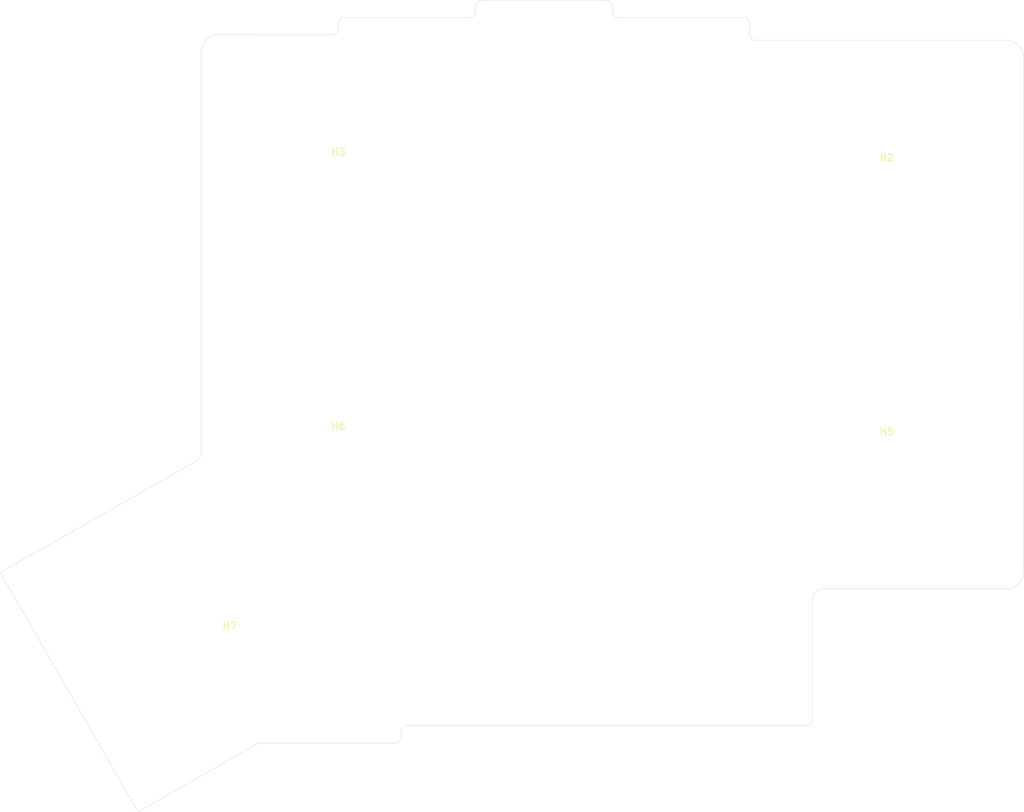
<source format=kicad_pcb>
(kicad_pcb (version 20171130) (host pcbnew "(5.1.9-0-10_14)")

  (general
    (thickness 1.6)
    (drawings 36)
    (tracks 0)
    (zones 0)
    (modules 34)
    (nets 1)
  )

  (page A4)
  (layers
    (0 F.Cu signal)
    (31 B.Cu signal)
    (32 B.Adhes user)
    (33 F.Adhes user)
    (34 B.Paste user)
    (35 F.Paste user)
    (36 B.SilkS user)
    (37 F.SilkS user)
    (38 B.Mask user)
    (39 F.Mask user)
    (40 Dwgs.User user)
    (41 Cmts.User user)
    (42 Eco1.User user)
    (43 Eco2.User user)
    (44 Edge.Cuts user)
    (45 Margin user)
    (46 B.CrtYd user)
    (47 F.CrtYd user)
    (48 B.Fab user)
    (49 F.Fab user)
  )

  (setup
    (last_trace_width 0.25)
    (trace_clearance 0.2)
    (zone_clearance 0.508)
    (zone_45_only no)
    (trace_min 0.2)
    (via_size 0.8)
    (via_drill 0.4)
    (via_min_size 0.4)
    (via_min_drill 0.3)
    (uvia_size 0.3)
    (uvia_drill 0.1)
    (uvias_allowed no)
    (uvia_min_size 0.2)
    (uvia_min_drill 0.1)
    (edge_width 0.05)
    (segment_width 0.2)
    (pcb_text_width 0.3)
    (pcb_text_size 1.5 1.5)
    (mod_edge_width 0.12)
    (mod_text_size 1 1)
    (mod_text_width 0.15)
    (pad_size 1.524 1.524)
    (pad_drill 0.762)
    (pad_to_mask_clearance 0)
    (aux_axis_origin 0 0)
    (grid_origin 192.0875 21.43125)
    (visible_elements FFFFF77F)
    (pcbplotparams
      (layerselection 0x011fc_ffffffff)
      (usegerberextensions false)
      (usegerberattributes true)
      (usegerberadvancedattributes true)
      (creategerberjobfile true)
      (excludeedgelayer true)
      (linewidth 0.100000)
      (plotframeref false)
      (viasonmask false)
      (mode 1)
      (useauxorigin false)
      (hpglpennumber 1)
      (hpglpenspeed 20)
      (hpglpendiameter 15.000000)
      (psnegative false)
      (psa4output false)
      (plotreference true)
      (plotvalue true)
      (plotinvisibletext false)
      (padsonsilk false)
      (subtractmaskfromsilk false)
      (outputformat 1)
      (mirror false)
      (drillshape 0)
      (scaleselection 1)
      (outputdirectory "./gerbers"))
  )

  (net 0 "")

  (net_class Default "This is the default net class."
    (clearance 0.2)
    (trace_width 0.25)
    (via_dia 0.8)
    (via_drill 0.4)
    (uvia_dia 0.3)
    (uvia_drill 0.1)
  )

  (module footprints:MX-Alps_Switch_Cutout (layer F.Cu) (tedit 5971FE21) (tstamp 607B8A7F)
    (at 136.55075 134.9375)
    (path /6072C094)
    (fp_text reference MX44 (at 0 3.175) (layer Dwgs.User)
      (effects (font (size 1 1) (thickness 0.15)))
    )
    (fp_text value MX-NoLED (at 0 -7.9375) (layer Dwgs.User)
      (effects (font (size 1 1) (thickness 0.15)))
    )
    (fp_line (start -9.5 -9.5) (end 9.5 -9.5) (layer Dwgs.User) (width 0.15))
    (fp_line (start -9.5 9.5) (end -9.5 -9.5) (layer Dwgs.User) (width 0.15))
    (fp_line (start 9.5 9.5) (end -9.5 9.5) (layer Dwgs.User) (width 0.15))
    (fp_line (start 9.5 -9.5) (end 9.5 9.5) (layer Dwgs.User) (width 0.15))
    (pad "" np_thru_hole oval (at 6.85 6.625) (size 0.3 1.05) (drill oval 0.3 1.05) (layers *.Cu *.Mask))
    (pad "" np_thru_hole oval (at 7.325 6.25) (size 1.25 0.3) (drill oval 1.25 0.3) (layers *.Cu *.Mask))
    (pad "" np_thru_hole oval (at 7.325 -6.25) (size 1.25 0.3) (drill oval 1.25 0.3) (layers *.Cu *.Mask))
    (pad "" np_thru_hole oval (at 6.85 -6.625) (size 0.3 1.05) (drill oval 0.3 1.05) (layers *.Cu *.Mask))
    (pad "" np_thru_hole oval (at -6.85 -6.625) (size 0.3 1.05) (drill oval 0.3 1.05) (layers *.Cu *.Mask))
    (pad "" np_thru_hole oval (at -7.325 -6.25) (size 1.25 0.3) (drill oval 1.25 0.3) (layers *.Cu *.Mask))
    (pad "" np_thru_hole oval (at -7.325 6.25) (size 1.25 0.3) (drill oval 1.25 0.3) (layers *.Cu *.Mask))
    (pad "" np_thru_hole oval (at -6.85 6.625) (size 0.3 1.05) (drill oval 0.3 1.05) (layers *.Cu *.Mask))
    (pad "" np_thru_hole oval (at 7.8 0) (size 0.3 12.8) (drill oval 0.3 12.8) (layers *.Cu *.Mask))
    (pad "" np_thru_hole oval (at -7.8 0) (size 0.3 12.8) (drill oval 0.3 12.8) (layers *.Cu *.Mask))
    (pad "" np_thru_hole oval (at 0 7) (size 14 0.3) (drill oval 14 0.3) (layers *.Cu *.Mask))
    (pad "" np_thru_hole oval (at 0 -7) (size 14 0.3) (drill oval 14 0.3) (layers *.Cu *.Mask))
  )

  (module footprints:MX-Alps_Switch_Cutout-1u_2u (layer F.Cu) (tedit 5971FF12) (tstamp 6072E24C)
    (at 51.1175 135.09625 120)
    (path /6072AAD1)
    (fp_text reference MX41 (at 0 3.175 120) (layer Dwgs.User)
      (effects (font (size 1 1) (thickness 0.15)))
    )
    (fp_text value MX-NoLED (at 0 -7.9375 120) (layer Dwgs.User)
      (effects (font (size 1 1) (thickness 0.15)))
    )
    (fp_line (start -19.025 -9.5) (end -0.025 -9.5) (layer Dwgs.User) (width 0.15))
    (fp_line (start -19.025 9.5) (end -19.025 -9.5) (layer Dwgs.User) (width 0.15))
    (fp_line (start -0.025 9.5) (end -19.025 9.5) (layer Dwgs.User) (width 0.15))
    (fp_line (start -0.025 -9.5) (end -0.025 9.5) (layer Dwgs.User) (width 0.15))
    (fp_line (start 19.025 9.5) (end 0.025 9.5) (layer Dwgs.User) (width 0.15))
    (fp_line (start 0.025 -9.5) (end 19.025 -9.5) (layer Dwgs.User) (width 0.15))
    (fp_line (start 0.025 9.5) (end 0.025 -9.5) (layer Dwgs.User) (width 0.15))
    (fp_line (start 19.025 -9.5) (end 19.025 9.5) (layer Dwgs.User) (width 0.15))
    (pad "" np_thru_hole oval (at -10.5664 7.4652 120) (size 0.3048 1.2192) (drill oval 0.3048 1.2192) (layers *.Cu *.Mask))
    (pad "" np_thru_hole oval (at -13.3096 7.4652 120) (size 0.3048 1.2192) (drill oval 0.3048 1.2192) (layers *.Cu *.Mask))
    (pad "" np_thru_hole oval (at 10.5664 7.4652 120) (size 0.3048 1.2192) (drill oval 0.3048 1.2192) (layers *.Cu *.Mask))
    (pad "" np_thru_hole oval (at -16.375 6.625 120) (size 0.3 1.05) (drill oval 0.3 1.05) (layers *.Cu *.Mask))
    (pad "" np_thru_hole oval (at 11.938 7.9224 120) (size 3.048 0.3048) (drill oval 3.048 0.3048) (layers *.Cu *.Mask))
    (pad "" np_thru_hole oval (at -11.938 7.9224 120) (size 3.048 0.3048) (drill oval 3.048 0.3048) (layers *.Cu *.Mask))
    (pad "" np_thru_hole oval (at 0 -7 120) (size 33.05 0.3) (drill oval 33.05 0.3) (layers *.Cu *.Mask))
    (pad "" np_thru_hole oval (at 16.85 -6.25 120) (size 1.25 0.3) (drill oval 1.25 0.3) (layers *.Cu *.Mask))
    (pad "" np_thru_hole oval (at 16.85 6.25 120) (size 1.25 0.3) (drill oval 1.25 0.3) (layers *.Cu *.Mask))
    (pad "" np_thru_hole oval (at 16.375 6.625 120) (size 0.3 1.05) (drill oval 0.3 1.05) (layers *.Cu *.Mask))
    (pad "" np_thru_hole oval (at 16.375 -6.625 120) (size 0.3 1.05) (drill oval 0.3 1.05) (layers *.Cu *.Mask))
    (pad "" np_thru_hole oval (at 17.325 0 120) (size 0.3 12.8) (drill oval 0.3 12.8) (layers *.Cu *.Mask))
    (pad "" np_thru_hole oval (at 0 7 120) (size 33.05 0.3) (drill oval 33.05 0.3) (layers *.Cu *.Mask))
    (pad "" np_thru_hole oval (at -17.325 0 120) (size 0.3 12.8) (drill oval 0.3 12.8) (layers *.Cu *.Mask))
    (pad "" np_thru_hole oval (at 13.3096 7.4652 120) (size 0.3048 1.2192) (drill oval 0.3048 1.2192) (layers *.Cu *.Mask))
    (pad "" np_thru_hole oval (at -16.85 6.25 120) (size 1.25 0.3) (drill oval 1.25 0.3) (layers *.Cu *.Mask))
    (pad "" np_thru_hole oval (at -16.85 -6.25 120) (size 1.25 0.3) (drill oval 1.25 0.3) (layers *.Cu *.Mask))
    (pad "" np_thru_hole oval (at -16.375 -6.625 120) (size 0.3 1.05) (drill oval 0.3 1.05) (layers *.Cu *.Mask))
  )

  (module footprints:MX-Alps_Switch_Cutout (layer F.Cu) (tedit 5971FE21) (tstamp 6072E297)
    (at 117.50675 134.9375)
    (path /6072C094)
    (fp_text reference MX44 (at 0 3.175) (layer Dwgs.User)
      (effects (font (size 1 1) (thickness 0.15)))
    )
    (fp_text value MX-NoLED (at 0 -7.9375) (layer Dwgs.User)
      (effects (font (size 1 1) (thickness 0.15)))
    )
    (fp_line (start -9.5 -9.5) (end 9.5 -9.5) (layer Dwgs.User) (width 0.15))
    (fp_line (start -9.5 9.5) (end -9.5 -9.5) (layer Dwgs.User) (width 0.15))
    (fp_line (start 9.5 9.5) (end -9.5 9.5) (layer Dwgs.User) (width 0.15))
    (fp_line (start 9.5 -9.5) (end 9.5 9.5) (layer Dwgs.User) (width 0.15))
    (pad "" np_thru_hole oval (at 0 -7) (size 14 0.3) (drill oval 14 0.3) (layers *.Cu *.Mask))
    (pad "" np_thru_hole oval (at 0 7) (size 14 0.3) (drill oval 14 0.3) (layers *.Cu *.Mask))
    (pad "" np_thru_hole oval (at -7.8 0) (size 0.3 12.8) (drill oval 0.3 12.8) (layers *.Cu *.Mask))
    (pad "" np_thru_hole oval (at 7.8 0) (size 0.3 12.8) (drill oval 0.3 12.8) (layers *.Cu *.Mask))
    (pad "" np_thru_hole oval (at -6.85 6.625) (size 0.3 1.05) (drill oval 0.3 1.05) (layers *.Cu *.Mask))
    (pad "" np_thru_hole oval (at -7.325 6.25) (size 1.25 0.3) (drill oval 1.25 0.3) (layers *.Cu *.Mask))
    (pad "" np_thru_hole oval (at -7.325 -6.25) (size 1.25 0.3) (drill oval 1.25 0.3) (layers *.Cu *.Mask))
    (pad "" np_thru_hole oval (at -6.85 -6.625) (size 0.3 1.05) (drill oval 0.3 1.05) (layers *.Cu *.Mask))
    (pad "" np_thru_hole oval (at 6.85 -6.625) (size 0.3 1.05) (drill oval 0.3 1.05) (layers *.Cu *.Mask))
    (pad "" np_thru_hole oval (at 7.325 -6.25) (size 1.25 0.3) (drill oval 1.25 0.3) (layers *.Cu *.Mask))
    (pad "" np_thru_hole oval (at 7.325 6.25) (size 1.25 0.3) (drill oval 1.25 0.3) (layers *.Cu *.Mask))
    (pad "" np_thru_hole oval (at 6.85 6.625) (size 0.3 1.05) (drill oval 0.3 1.05) (layers *.Cu *.Mask))
  )

  (module footprints:MX-Alps_Switch_Cutout (layer F.Cu) (tedit 5971FE21) (tstamp 6072E27E)
    (at 98.45675 134.9375)
    (path /6072BC7D)
    (fp_text reference MX43 (at 0 3.175) (layer Dwgs.User)
      (effects (font (size 1 1) (thickness 0.15)))
    )
    (fp_text value MX-NoLED (at 0 -7.9375) (layer Dwgs.User)
      (effects (font (size 1 1) (thickness 0.15)))
    )
    (fp_line (start -9.5 -9.5) (end 9.5 -9.5) (layer Dwgs.User) (width 0.15))
    (fp_line (start -9.5 9.5) (end -9.5 -9.5) (layer Dwgs.User) (width 0.15))
    (fp_line (start 9.5 9.5) (end -9.5 9.5) (layer Dwgs.User) (width 0.15))
    (fp_line (start 9.5 -9.5) (end 9.5 9.5) (layer Dwgs.User) (width 0.15))
    (pad "" np_thru_hole oval (at 0 -7) (size 14 0.3) (drill oval 14 0.3) (layers *.Cu *.Mask))
    (pad "" np_thru_hole oval (at 0 7) (size 14 0.3) (drill oval 14 0.3) (layers *.Cu *.Mask))
    (pad "" np_thru_hole oval (at -7.8 0) (size 0.3 12.8) (drill oval 0.3 12.8) (layers *.Cu *.Mask))
    (pad "" np_thru_hole oval (at 7.8 0) (size 0.3 12.8) (drill oval 0.3 12.8) (layers *.Cu *.Mask))
    (pad "" np_thru_hole oval (at -6.85 6.625) (size 0.3 1.05) (drill oval 0.3 1.05) (layers *.Cu *.Mask))
    (pad "" np_thru_hole oval (at -7.325 6.25) (size 1.25 0.3) (drill oval 1.25 0.3) (layers *.Cu *.Mask))
    (pad "" np_thru_hole oval (at -7.325 -6.25) (size 1.25 0.3) (drill oval 1.25 0.3) (layers *.Cu *.Mask))
    (pad "" np_thru_hole oval (at -6.85 -6.625) (size 0.3 1.05) (drill oval 0.3 1.05) (layers *.Cu *.Mask))
    (pad "" np_thru_hole oval (at 6.85 -6.625) (size 0.3 1.05) (drill oval 0.3 1.05) (layers *.Cu *.Mask))
    (pad "" np_thru_hole oval (at 7.325 -6.25) (size 1.25 0.3) (drill oval 1.25 0.3) (layers *.Cu *.Mask))
    (pad "" np_thru_hole oval (at 7.325 6.25) (size 1.25 0.3) (drill oval 1.25 0.3) (layers *.Cu *.Mask))
    (pad "" np_thru_hole oval (at 6.85 6.625) (size 0.3 1.05) (drill oval 0.3 1.05) (layers *.Cu *.Mask))
  )

  (module footprints:MX-Alps_Switch_Cutout (layer F.Cu) (tedit 5971FE21) (tstamp 6072E265)
    (at 79.40675 137.31875)
    (path /6072B58C)
    (fp_text reference MX42 (at 0 3.175) (layer Dwgs.User)
      (effects (font (size 1 1) (thickness 0.15)))
    )
    (fp_text value MX-NoLED (at 0 -7.9375) (layer Dwgs.User)
      (effects (font (size 1 1) (thickness 0.15)))
    )
    (fp_line (start -9.5 -9.5) (end 9.5 -9.5) (layer Dwgs.User) (width 0.15))
    (fp_line (start -9.5 9.5) (end -9.5 -9.5) (layer Dwgs.User) (width 0.15))
    (fp_line (start 9.5 9.5) (end -9.5 9.5) (layer Dwgs.User) (width 0.15))
    (fp_line (start 9.5 -9.5) (end 9.5 9.5) (layer Dwgs.User) (width 0.15))
    (pad "" np_thru_hole oval (at 0 -7) (size 14 0.3) (drill oval 14 0.3) (layers *.Cu *.Mask))
    (pad "" np_thru_hole oval (at 0 7) (size 14 0.3) (drill oval 14 0.3) (layers *.Cu *.Mask))
    (pad "" np_thru_hole oval (at -7.8 0) (size 0.3 12.8) (drill oval 0.3 12.8) (layers *.Cu *.Mask))
    (pad "" np_thru_hole oval (at 7.8 0) (size 0.3 12.8) (drill oval 0.3 12.8) (layers *.Cu *.Mask))
    (pad "" np_thru_hole oval (at -6.85 6.625) (size 0.3 1.05) (drill oval 0.3 1.05) (layers *.Cu *.Mask))
    (pad "" np_thru_hole oval (at -7.325 6.25) (size 1.25 0.3) (drill oval 1.25 0.3) (layers *.Cu *.Mask))
    (pad "" np_thru_hole oval (at -7.325 -6.25) (size 1.25 0.3) (drill oval 1.25 0.3) (layers *.Cu *.Mask))
    (pad "" np_thru_hole oval (at -6.85 -6.625) (size 0.3 1.05) (drill oval 0.3 1.05) (layers *.Cu *.Mask))
    (pad "" np_thru_hole oval (at 6.85 -6.625) (size 0.3 1.05) (drill oval 0.3 1.05) (layers *.Cu *.Mask))
    (pad "" np_thru_hole oval (at 7.325 -6.25) (size 1.25 0.3) (drill oval 1.25 0.3) (layers *.Cu *.Mask))
    (pad "" np_thru_hole oval (at 7.325 6.25) (size 1.25 0.3) (drill oval 1.25 0.3) (layers *.Cu *.Mask))
    (pad "" np_thru_hole oval (at 6.85 6.625) (size 0.3 1.05) (drill oval 0.3 1.05) (layers *.Cu *.Mask))
  )

  (module footprints:MX-Alps_Switch_Cutout (layer F.Cu) (tedit 5971FE21) (tstamp 6072E1CF)
    (at 165.9255 115.8875)
    (path /607231E0)
    (fp_text reference MX36 (at 0 3.175) (layer Dwgs.User)
      (effects (font (size 1 1) (thickness 0.15)))
    )
    (fp_text value MX-NoLED (at 0 -7.9375) (layer Dwgs.User)
      (effects (font (size 1 1) (thickness 0.15)))
    )
    (fp_line (start -9.5 -9.5) (end 9.5 -9.5) (layer Dwgs.User) (width 0.15))
    (fp_line (start -9.5 9.5) (end -9.5 -9.5) (layer Dwgs.User) (width 0.15))
    (fp_line (start 9.5 9.5) (end -9.5 9.5) (layer Dwgs.User) (width 0.15))
    (fp_line (start 9.5 -9.5) (end 9.5 9.5) (layer Dwgs.User) (width 0.15))
    (pad "" np_thru_hole oval (at 0 -7) (size 14 0.3) (drill oval 14 0.3) (layers *.Cu *.Mask))
    (pad "" np_thru_hole oval (at 0 7) (size 14 0.3) (drill oval 14 0.3) (layers *.Cu *.Mask))
    (pad "" np_thru_hole oval (at -7.8 0) (size 0.3 12.8) (drill oval 0.3 12.8) (layers *.Cu *.Mask))
    (pad "" np_thru_hole oval (at 7.8 0) (size 0.3 12.8) (drill oval 0.3 12.8) (layers *.Cu *.Mask))
    (pad "" np_thru_hole oval (at -6.85 6.625) (size 0.3 1.05) (drill oval 0.3 1.05) (layers *.Cu *.Mask))
    (pad "" np_thru_hole oval (at -7.325 6.25) (size 1.25 0.3) (drill oval 1.25 0.3) (layers *.Cu *.Mask))
    (pad "" np_thru_hole oval (at -7.325 -6.25) (size 1.25 0.3) (drill oval 1.25 0.3) (layers *.Cu *.Mask))
    (pad "" np_thru_hole oval (at -6.85 -6.625) (size 0.3 1.05) (drill oval 0.3 1.05) (layers *.Cu *.Mask))
    (pad "" np_thru_hole oval (at 6.85 -6.625) (size 0.3 1.05) (drill oval 0.3 1.05) (layers *.Cu *.Mask))
    (pad "" np_thru_hole oval (at 7.325 -6.25) (size 1.25 0.3) (drill oval 1.25 0.3) (layers *.Cu *.Mask))
    (pad "" np_thru_hole oval (at 7.325 6.25) (size 1.25 0.3) (drill oval 1.25 0.3) (layers *.Cu *.Mask))
    (pad "" np_thru_hole oval (at 6.85 6.625) (size 0.3 1.05) (drill oval 0.3 1.05) (layers *.Cu *.Mask))
  )

  (module footprints:MX-Alps_Switch_Cutout (layer F.Cu) (tedit 5971FE21) (tstamp 6072E1B6)
    (at 146.8755 115.8875)
    (path /607229FF)
    (fp_text reference MX35 (at 0 3.175) (layer Dwgs.User)
      (effects (font (size 1 1) (thickness 0.15)))
    )
    (fp_text value MX-NoLED (at 0 -7.9375) (layer Dwgs.User)
      (effects (font (size 1 1) (thickness 0.15)))
    )
    (fp_line (start -9.5 -9.5) (end 9.5 -9.5) (layer Dwgs.User) (width 0.15))
    (fp_line (start -9.5 9.5) (end -9.5 -9.5) (layer Dwgs.User) (width 0.15))
    (fp_line (start 9.5 9.5) (end -9.5 9.5) (layer Dwgs.User) (width 0.15))
    (fp_line (start 9.5 -9.5) (end 9.5 9.5) (layer Dwgs.User) (width 0.15))
    (pad "" np_thru_hole oval (at 0 -7) (size 14 0.3) (drill oval 14 0.3) (layers *.Cu *.Mask))
    (pad "" np_thru_hole oval (at 0 7) (size 14 0.3) (drill oval 14 0.3) (layers *.Cu *.Mask))
    (pad "" np_thru_hole oval (at -7.8 0) (size 0.3 12.8) (drill oval 0.3 12.8) (layers *.Cu *.Mask))
    (pad "" np_thru_hole oval (at 7.8 0) (size 0.3 12.8) (drill oval 0.3 12.8) (layers *.Cu *.Mask))
    (pad "" np_thru_hole oval (at -6.85 6.625) (size 0.3 1.05) (drill oval 0.3 1.05) (layers *.Cu *.Mask))
    (pad "" np_thru_hole oval (at -7.325 6.25) (size 1.25 0.3) (drill oval 1.25 0.3) (layers *.Cu *.Mask))
    (pad "" np_thru_hole oval (at -7.325 -6.25) (size 1.25 0.3) (drill oval 1.25 0.3) (layers *.Cu *.Mask))
    (pad "" np_thru_hole oval (at -6.85 -6.625) (size 0.3 1.05) (drill oval 0.3 1.05) (layers *.Cu *.Mask))
    (pad "" np_thru_hole oval (at 6.85 -6.625) (size 0.3 1.05) (drill oval 0.3 1.05) (layers *.Cu *.Mask))
    (pad "" np_thru_hole oval (at 7.325 -6.25) (size 1.25 0.3) (drill oval 1.25 0.3) (layers *.Cu *.Mask))
    (pad "" np_thru_hole oval (at 7.325 6.25) (size 1.25 0.3) (drill oval 1.25 0.3) (layers *.Cu *.Mask))
    (pad "" np_thru_hole oval (at 6.85 6.625) (size 0.3 1.05) (drill oval 0.3 1.05) (layers *.Cu *.Mask))
  )

  (module footprints:MX-Alps_Switch_Cutout (layer F.Cu) (tedit 5971FE21) (tstamp 6072E19D)
    (at 127.8255 112.7125)
    (path /60722561)
    (fp_text reference MX34 (at 0 3.175) (layer Dwgs.User)
      (effects (font (size 1 1) (thickness 0.15)))
    )
    (fp_text value MX-NoLED (at 0 -7.9375) (layer Dwgs.User)
      (effects (font (size 1 1) (thickness 0.15)))
    )
    (fp_line (start -9.5 -9.5) (end 9.5 -9.5) (layer Dwgs.User) (width 0.15))
    (fp_line (start -9.5 9.5) (end -9.5 -9.5) (layer Dwgs.User) (width 0.15))
    (fp_line (start 9.5 9.5) (end -9.5 9.5) (layer Dwgs.User) (width 0.15))
    (fp_line (start 9.5 -9.5) (end 9.5 9.5) (layer Dwgs.User) (width 0.15))
    (pad "" np_thru_hole oval (at 0 -7) (size 14 0.3) (drill oval 14 0.3) (layers *.Cu *.Mask))
    (pad "" np_thru_hole oval (at 0 7) (size 14 0.3) (drill oval 14 0.3) (layers *.Cu *.Mask))
    (pad "" np_thru_hole oval (at -7.8 0) (size 0.3 12.8) (drill oval 0.3 12.8) (layers *.Cu *.Mask))
    (pad "" np_thru_hole oval (at 7.8 0) (size 0.3 12.8) (drill oval 0.3 12.8) (layers *.Cu *.Mask))
    (pad "" np_thru_hole oval (at -6.85 6.625) (size 0.3 1.05) (drill oval 0.3 1.05) (layers *.Cu *.Mask))
    (pad "" np_thru_hole oval (at -7.325 6.25) (size 1.25 0.3) (drill oval 1.25 0.3) (layers *.Cu *.Mask))
    (pad "" np_thru_hole oval (at -7.325 -6.25) (size 1.25 0.3) (drill oval 1.25 0.3) (layers *.Cu *.Mask))
    (pad "" np_thru_hole oval (at -6.85 -6.625) (size 0.3 1.05) (drill oval 0.3 1.05) (layers *.Cu *.Mask))
    (pad "" np_thru_hole oval (at 6.85 -6.625) (size 0.3 1.05) (drill oval 0.3 1.05) (layers *.Cu *.Mask))
    (pad "" np_thru_hole oval (at 7.325 -6.25) (size 1.25 0.3) (drill oval 1.25 0.3) (layers *.Cu *.Mask))
    (pad "" np_thru_hole oval (at 7.325 6.25) (size 1.25 0.3) (drill oval 1.25 0.3) (layers *.Cu *.Mask))
    (pad "" np_thru_hole oval (at 6.85 6.625) (size 0.3 1.05) (drill oval 0.3 1.05) (layers *.Cu *.Mask))
  )

  (module footprints:MX-Alps_Switch_Cutout (layer F.Cu) (tedit 5971FE21) (tstamp 6072E184)
    (at 108.7755 110.33125)
    (path /607220D2)
    (fp_text reference MX33 (at 0 3.175) (layer Dwgs.User)
      (effects (font (size 1 1) (thickness 0.15)))
    )
    (fp_text value MX-NoLED (at 0 -7.9375) (layer Dwgs.User)
      (effects (font (size 1 1) (thickness 0.15)))
    )
    (fp_line (start -9.5 -9.5) (end 9.5 -9.5) (layer Dwgs.User) (width 0.15))
    (fp_line (start -9.5 9.5) (end -9.5 -9.5) (layer Dwgs.User) (width 0.15))
    (fp_line (start 9.5 9.5) (end -9.5 9.5) (layer Dwgs.User) (width 0.15))
    (fp_line (start 9.5 -9.5) (end 9.5 9.5) (layer Dwgs.User) (width 0.15))
    (pad "" np_thru_hole oval (at 0 -7) (size 14 0.3) (drill oval 14 0.3) (layers *.Cu *.Mask))
    (pad "" np_thru_hole oval (at 0 7) (size 14 0.3) (drill oval 14 0.3) (layers *.Cu *.Mask))
    (pad "" np_thru_hole oval (at -7.8 0) (size 0.3 12.8) (drill oval 0.3 12.8) (layers *.Cu *.Mask))
    (pad "" np_thru_hole oval (at 7.8 0) (size 0.3 12.8) (drill oval 0.3 12.8) (layers *.Cu *.Mask))
    (pad "" np_thru_hole oval (at -6.85 6.625) (size 0.3 1.05) (drill oval 0.3 1.05) (layers *.Cu *.Mask))
    (pad "" np_thru_hole oval (at -7.325 6.25) (size 1.25 0.3) (drill oval 1.25 0.3) (layers *.Cu *.Mask))
    (pad "" np_thru_hole oval (at -7.325 -6.25) (size 1.25 0.3) (drill oval 1.25 0.3) (layers *.Cu *.Mask))
    (pad "" np_thru_hole oval (at -6.85 -6.625) (size 0.3 1.05) (drill oval 0.3 1.05) (layers *.Cu *.Mask))
    (pad "" np_thru_hole oval (at 6.85 -6.625) (size 0.3 1.05) (drill oval 0.3 1.05) (layers *.Cu *.Mask))
    (pad "" np_thru_hole oval (at 7.325 -6.25) (size 1.25 0.3) (drill oval 1.25 0.3) (layers *.Cu *.Mask))
    (pad "" np_thru_hole oval (at 7.325 6.25) (size 1.25 0.3) (drill oval 1.25 0.3) (layers *.Cu *.Mask))
    (pad "" np_thru_hole oval (at 6.85 6.625) (size 0.3 1.05) (drill oval 0.3 1.05) (layers *.Cu *.Mask))
  )

  (module footprints:MX-Alps_Switch_Cutout (layer F.Cu) (tedit 5971FE21) (tstamp 6072E16B)
    (at 89.7255 112.7125)
    (path /607218EC)
    (fp_text reference MX32 (at 0 3.175) (layer Dwgs.User)
      (effects (font (size 1 1) (thickness 0.15)))
    )
    (fp_text value MX-NoLED (at 0 -7.9375) (layer Dwgs.User)
      (effects (font (size 1 1) (thickness 0.15)))
    )
    (fp_line (start -9.5 -9.5) (end 9.5 -9.5) (layer Dwgs.User) (width 0.15))
    (fp_line (start -9.5 9.5) (end -9.5 -9.5) (layer Dwgs.User) (width 0.15))
    (fp_line (start 9.5 9.5) (end -9.5 9.5) (layer Dwgs.User) (width 0.15))
    (fp_line (start 9.5 -9.5) (end 9.5 9.5) (layer Dwgs.User) (width 0.15))
    (pad "" np_thru_hole oval (at 0 -7) (size 14 0.3) (drill oval 14 0.3) (layers *.Cu *.Mask))
    (pad "" np_thru_hole oval (at 0 7) (size 14 0.3) (drill oval 14 0.3) (layers *.Cu *.Mask))
    (pad "" np_thru_hole oval (at -7.8 0) (size 0.3 12.8) (drill oval 0.3 12.8) (layers *.Cu *.Mask))
    (pad "" np_thru_hole oval (at 7.8 0) (size 0.3 12.8) (drill oval 0.3 12.8) (layers *.Cu *.Mask))
    (pad "" np_thru_hole oval (at -6.85 6.625) (size 0.3 1.05) (drill oval 0.3 1.05) (layers *.Cu *.Mask))
    (pad "" np_thru_hole oval (at -7.325 6.25) (size 1.25 0.3) (drill oval 1.25 0.3) (layers *.Cu *.Mask))
    (pad "" np_thru_hole oval (at -7.325 -6.25) (size 1.25 0.3) (drill oval 1.25 0.3) (layers *.Cu *.Mask))
    (pad "" np_thru_hole oval (at -6.85 -6.625) (size 0.3 1.05) (drill oval 0.3 1.05) (layers *.Cu *.Mask))
    (pad "" np_thru_hole oval (at 6.85 -6.625) (size 0.3 1.05) (drill oval 0.3 1.05) (layers *.Cu *.Mask))
    (pad "" np_thru_hole oval (at 7.325 -6.25) (size 1.25 0.3) (drill oval 1.25 0.3) (layers *.Cu *.Mask))
    (pad "" np_thru_hole oval (at 7.325 6.25) (size 1.25 0.3) (drill oval 1.25 0.3) (layers *.Cu *.Mask))
    (pad "" np_thru_hole oval (at 6.85 6.625) (size 0.3 1.05) (drill oval 0.3 1.05) (layers *.Cu *.Mask))
  )

  (module footprints:MX-Alps_Switch_Cutout (layer F.Cu) (tedit 5971FE21) (tstamp 6072E152)
    (at 70.6755 115.09375)
    (path /60720CBF)
    (fp_text reference MX31 (at 0 3.175) (layer Dwgs.User)
      (effects (font (size 1 1) (thickness 0.15)))
    )
    (fp_text value MX-NoLED (at 0 -7.9375) (layer Dwgs.User)
      (effects (font (size 1 1) (thickness 0.15)))
    )
    (fp_line (start -9.5 -9.5) (end 9.5 -9.5) (layer Dwgs.User) (width 0.15))
    (fp_line (start -9.5 9.5) (end -9.5 -9.5) (layer Dwgs.User) (width 0.15))
    (fp_line (start 9.5 9.5) (end -9.5 9.5) (layer Dwgs.User) (width 0.15))
    (fp_line (start 9.5 -9.5) (end 9.5 9.5) (layer Dwgs.User) (width 0.15))
    (pad "" np_thru_hole oval (at 0 -7) (size 14 0.3) (drill oval 14 0.3) (layers *.Cu *.Mask))
    (pad "" np_thru_hole oval (at 0 7) (size 14 0.3) (drill oval 14 0.3) (layers *.Cu *.Mask))
    (pad "" np_thru_hole oval (at -7.8 0) (size 0.3 12.8) (drill oval 0.3 12.8) (layers *.Cu *.Mask))
    (pad "" np_thru_hole oval (at 7.8 0) (size 0.3 12.8) (drill oval 0.3 12.8) (layers *.Cu *.Mask))
    (pad "" np_thru_hole oval (at -6.85 6.625) (size 0.3 1.05) (drill oval 0.3 1.05) (layers *.Cu *.Mask))
    (pad "" np_thru_hole oval (at -7.325 6.25) (size 1.25 0.3) (drill oval 1.25 0.3) (layers *.Cu *.Mask))
    (pad "" np_thru_hole oval (at -7.325 -6.25) (size 1.25 0.3) (drill oval 1.25 0.3) (layers *.Cu *.Mask))
    (pad "" np_thru_hole oval (at -6.85 -6.625) (size 0.3 1.05) (drill oval 0.3 1.05) (layers *.Cu *.Mask))
    (pad "" np_thru_hole oval (at 6.85 -6.625) (size 0.3 1.05) (drill oval 0.3 1.05) (layers *.Cu *.Mask))
    (pad "" np_thru_hole oval (at 7.325 -6.25) (size 1.25 0.3) (drill oval 1.25 0.3) (layers *.Cu *.Mask))
    (pad "" np_thru_hole oval (at 7.325 6.25) (size 1.25 0.3) (drill oval 1.25 0.3) (layers *.Cu *.Mask))
    (pad "" np_thru_hole oval (at 6.85 6.625) (size 0.3 1.05) (drill oval 0.3 1.05) (layers *.Cu *.Mask))
  )

  (module footprints:MX-Alps_Switch_Cutout (layer F.Cu) (tedit 5971FE21) (tstamp 6072E0D5)
    (at 165.9255 96.8375)
    (path /607630FC)
    (fp_text reference MX26 (at 0 3.175) (layer Dwgs.User)
      (effects (font (size 1 1) (thickness 0.15)))
    )
    (fp_text value MX-NoLED (at 0 -7.9375) (layer Dwgs.User)
      (effects (font (size 1 1) (thickness 0.15)))
    )
    (fp_line (start -9.5 -9.5) (end 9.5 -9.5) (layer Dwgs.User) (width 0.15))
    (fp_line (start -9.5 9.5) (end -9.5 -9.5) (layer Dwgs.User) (width 0.15))
    (fp_line (start 9.5 9.5) (end -9.5 9.5) (layer Dwgs.User) (width 0.15))
    (fp_line (start 9.5 -9.5) (end 9.5 9.5) (layer Dwgs.User) (width 0.15))
    (pad "" np_thru_hole oval (at 0 -7) (size 14 0.3) (drill oval 14 0.3) (layers *.Cu *.Mask))
    (pad "" np_thru_hole oval (at 0 7) (size 14 0.3) (drill oval 14 0.3) (layers *.Cu *.Mask))
    (pad "" np_thru_hole oval (at -7.8 0) (size 0.3 12.8) (drill oval 0.3 12.8) (layers *.Cu *.Mask))
    (pad "" np_thru_hole oval (at 7.8 0) (size 0.3 12.8) (drill oval 0.3 12.8) (layers *.Cu *.Mask))
    (pad "" np_thru_hole oval (at -6.85 6.625) (size 0.3 1.05) (drill oval 0.3 1.05) (layers *.Cu *.Mask))
    (pad "" np_thru_hole oval (at -7.325 6.25) (size 1.25 0.3) (drill oval 1.25 0.3) (layers *.Cu *.Mask))
    (pad "" np_thru_hole oval (at -7.325 -6.25) (size 1.25 0.3) (drill oval 1.25 0.3) (layers *.Cu *.Mask))
    (pad "" np_thru_hole oval (at -6.85 -6.625) (size 0.3 1.05) (drill oval 0.3 1.05) (layers *.Cu *.Mask))
    (pad "" np_thru_hole oval (at 6.85 -6.625) (size 0.3 1.05) (drill oval 0.3 1.05) (layers *.Cu *.Mask))
    (pad "" np_thru_hole oval (at 7.325 -6.25) (size 1.25 0.3) (drill oval 1.25 0.3) (layers *.Cu *.Mask))
    (pad "" np_thru_hole oval (at 7.325 6.25) (size 1.25 0.3) (drill oval 1.25 0.3) (layers *.Cu *.Mask))
    (pad "" np_thru_hole oval (at 6.85 6.625) (size 0.3 1.05) (drill oval 0.3 1.05) (layers *.Cu *.Mask))
  )

  (module footprints:MX-Alps_Switch_Cutout (layer F.Cu) (tedit 5971FE21) (tstamp 6072E0BC)
    (at 146.8755 96.8375)
    (path /6076275E)
    (fp_text reference MX25 (at 0 3.175) (layer Dwgs.User)
      (effects (font (size 1 1) (thickness 0.15)))
    )
    (fp_text value MX-NoLED (at 0 -7.9375) (layer Dwgs.User)
      (effects (font (size 1 1) (thickness 0.15)))
    )
    (fp_line (start -9.5 -9.5) (end 9.5 -9.5) (layer Dwgs.User) (width 0.15))
    (fp_line (start -9.5 9.5) (end -9.5 -9.5) (layer Dwgs.User) (width 0.15))
    (fp_line (start 9.5 9.5) (end -9.5 9.5) (layer Dwgs.User) (width 0.15))
    (fp_line (start 9.5 -9.5) (end 9.5 9.5) (layer Dwgs.User) (width 0.15))
    (pad "" np_thru_hole oval (at 0 -7) (size 14 0.3) (drill oval 14 0.3) (layers *.Cu *.Mask))
    (pad "" np_thru_hole oval (at 0 7) (size 14 0.3) (drill oval 14 0.3) (layers *.Cu *.Mask))
    (pad "" np_thru_hole oval (at -7.8 0) (size 0.3 12.8) (drill oval 0.3 12.8) (layers *.Cu *.Mask))
    (pad "" np_thru_hole oval (at 7.8 0) (size 0.3 12.8) (drill oval 0.3 12.8) (layers *.Cu *.Mask))
    (pad "" np_thru_hole oval (at -6.85 6.625) (size 0.3 1.05) (drill oval 0.3 1.05) (layers *.Cu *.Mask))
    (pad "" np_thru_hole oval (at -7.325 6.25) (size 1.25 0.3) (drill oval 1.25 0.3) (layers *.Cu *.Mask))
    (pad "" np_thru_hole oval (at -7.325 -6.25) (size 1.25 0.3) (drill oval 1.25 0.3) (layers *.Cu *.Mask))
    (pad "" np_thru_hole oval (at -6.85 -6.625) (size 0.3 1.05) (drill oval 0.3 1.05) (layers *.Cu *.Mask))
    (pad "" np_thru_hole oval (at 6.85 -6.625) (size 0.3 1.05) (drill oval 0.3 1.05) (layers *.Cu *.Mask))
    (pad "" np_thru_hole oval (at 7.325 -6.25) (size 1.25 0.3) (drill oval 1.25 0.3) (layers *.Cu *.Mask))
    (pad "" np_thru_hole oval (at 7.325 6.25) (size 1.25 0.3) (drill oval 1.25 0.3) (layers *.Cu *.Mask))
    (pad "" np_thru_hole oval (at 6.85 6.625) (size 0.3 1.05) (drill oval 0.3 1.05) (layers *.Cu *.Mask))
  )

  (module footprints:MX-Alps_Switch_Cutout (layer F.Cu) (tedit 5971FE21) (tstamp 6072E0A3)
    (at 127.8255 93.6625)
    (path /60762009)
    (fp_text reference MX24 (at 0 3.175) (layer Dwgs.User)
      (effects (font (size 1 1) (thickness 0.15)))
    )
    (fp_text value MX-NoLED (at 0 -7.9375) (layer Dwgs.User)
      (effects (font (size 1 1) (thickness 0.15)))
    )
    (fp_line (start -9.5 -9.5) (end 9.5 -9.5) (layer Dwgs.User) (width 0.15))
    (fp_line (start -9.5 9.5) (end -9.5 -9.5) (layer Dwgs.User) (width 0.15))
    (fp_line (start 9.5 9.5) (end -9.5 9.5) (layer Dwgs.User) (width 0.15))
    (fp_line (start 9.5 -9.5) (end 9.5 9.5) (layer Dwgs.User) (width 0.15))
    (pad "" np_thru_hole oval (at 0 -7) (size 14 0.3) (drill oval 14 0.3) (layers *.Cu *.Mask))
    (pad "" np_thru_hole oval (at 0 7) (size 14 0.3) (drill oval 14 0.3) (layers *.Cu *.Mask))
    (pad "" np_thru_hole oval (at -7.8 0) (size 0.3 12.8) (drill oval 0.3 12.8) (layers *.Cu *.Mask))
    (pad "" np_thru_hole oval (at 7.8 0) (size 0.3 12.8) (drill oval 0.3 12.8) (layers *.Cu *.Mask))
    (pad "" np_thru_hole oval (at -6.85 6.625) (size 0.3 1.05) (drill oval 0.3 1.05) (layers *.Cu *.Mask))
    (pad "" np_thru_hole oval (at -7.325 6.25) (size 1.25 0.3) (drill oval 1.25 0.3) (layers *.Cu *.Mask))
    (pad "" np_thru_hole oval (at -7.325 -6.25) (size 1.25 0.3) (drill oval 1.25 0.3) (layers *.Cu *.Mask))
    (pad "" np_thru_hole oval (at -6.85 -6.625) (size 0.3 1.05) (drill oval 0.3 1.05) (layers *.Cu *.Mask))
    (pad "" np_thru_hole oval (at 6.85 -6.625) (size 0.3 1.05) (drill oval 0.3 1.05) (layers *.Cu *.Mask))
    (pad "" np_thru_hole oval (at 7.325 -6.25) (size 1.25 0.3) (drill oval 1.25 0.3) (layers *.Cu *.Mask))
    (pad "" np_thru_hole oval (at 7.325 6.25) (size 1.25 0.3) (drill oval 1.25 0.3) (layers *.Cu *.Mask))
    (pad "" np_thru_hole oval (at 6.85 6.625) (size 0.3 1.05) (drill oval 0.3 1.05) (layers *.Cu *.Mask))
  )

  (module footprints:MX-Alps_Switch_Cutout (layer F.Cu) (tedit 5971FE21) (tstamp 6072E08A)
    (at 108.7755 91.28125)
    (path /60761A58)
    (fp_text reference MX23 (at 0 3.175) (layer Dwgs.User)
      (effects (font (size 1 1) (thickness 0.15)))
    )
    (fp_text value MX-NoLED (at 0 -7.9375) (layer Dwgs.User)
      (effects (font (size 1 1) (thickness 0.15)))
    )
    (fp_line (start -9.5 -9.5) (end 9.5 -9.5) (layer Dwgs.User) (width 0.15))
    (fp_line (start -9.5 9.5) (end -9.5 -9.5) (layer Dwgs.User) (width 0.15))
    (fp_line (start 9.5 9.5) (end -9.5 9.5) (layer Dwgs.User) (width 0.15))
    (fp_line (start 9.5 -9.5) (end 9.5 9.5) (layer Dwgs.User) (width 0.15))
    (pad "" np_thru_hole oval (at 0 -7) (size 14 0.3) (drill oval 14 0.3) (layers *.Cu *.Mask))
    (pad "" np_thru_hole oval (at 0 7) (size 14 0.3) (drill oval 14 0.3) (layers *.Cu *.Mask))
    (pad "" np_thru_hole oval (at -7.8 0) (size 0.3 12.8) (drill oval 0.3 12.8) (layers *.Cu *.Mask))
    (pad "" np_thru_hole oval (at 7.8 0) (size 0.3 12.8) (drill oval 0.3 12.8) (layers *.Cu *.Mask))
    (pad "" np_thru_hole oval (at -6.85 6.625) (size 0.3 1.05) (drill oval 0.3 1.05) (layers *.Cu *.Mask))
    (pad "" np_thru_hole oval (at -7.325 6.25) (size 1.25 0.3) (drill oval 1.25 0.3) (layers *.Cu *.Mask))
    (pad "" np_thru_hole oval (at -7.325 -6.25) (size 1.25 0.3) (drill oval 1.25 0.3) (layers *.Cu *.Mask))
    (pad "" np_thru_hole oval (at -6.85 -6.625) (size 0.3 1.05) (drill oval 0.3 1.05) (layers *.Cu *.Mask))
    (pad "" np_thru_hole oval (at 6.85 -6.625) (size 0.3 1.05) (drill oval 0.3 1.05) (layers *.Cu *.Mask))
    (pad "" np_thru_hole oval (at 7.325 -6.25) (size 1.25 0.3) (drill oval 1.25 0.3) (layers *.Cu *.Mask))
    (pad "" np_thru_hole oval (at 7.325 6.25) (size 1.25 0.3) (drill oval 1.25 0.3) (layers *.Cu *.Mask))
    (pad "" np_thru_hole oval (at 6.85 6.625) (size 0.3 1.05) (drill oval 0.3 1.05) (layers *.Cu *.Mask))
  )

  (module footprints:MX-Alps_Switch_Cutout (layer F.Cu) (tedit 5971FE21) (tstamp 6072E071)
    (at 89.7255 93.6625)
    (path /60761222)
    (fp_text reference MX22 (at 0 3.175) (layer Dwgs.User)
      (effects (font (size 1 1) (thickness 0.15)))
    )
    (fp_text value MX-NoLED (at 0 -7.9375) (layer Dwgs.User)
      (effects (font (size 1 1) (thickness 0.15)))
    )
    (fp_line (start -9.5 -9.5) (end 9.5 -9.5) (layer Dwgs.User) (width 0.15))
    (fp_line (start -9.5 9.5) (end -9.5 -9.5) (layer Dwgs.User) (width 0.15))
    (fp_line (start 9.5 9.5) (end -9.5 9.5) (layer Dwgs.User) (width 0.15))
    (fp_line (start 9.5 -9.5) (end 9.5 9.5) (layer Dwgs.User) (width 0.15))
    (pad "" np_thru_hole oval (at 0 -7) (size 14 0.3) (drill oval 14 0.3) (layers *.Cu *.Mask))
    (pad "" np_thru_hole oval (at 0 7) (size 14 0.3) (drill oval 14 0.3) (layers *.Cu *.Mask))
    (pad "" np_thru_hole oval (at -7.8 0) (size 0.3 12.8) (drill oval 0.3 12.8) (layers *.Cu *.Mask))
    (pad "" np_thru_hole oval (at 7.8 0) (size 0.3 12.8) (drill oval 0.3 12.8) (layers *.Cu *.Mask))
    (pad "" np_thru_hole oval (at -6.85 6.625) (size 0.3 1.05) (drill oval 0.3 1.05) (layers *.Cu *.Mask))
    (pad "" np_thru_hole oval (at -7.325 6.25) (size 1.25 0.3) (drill oval 1.25 0.3) (layers *.Cu *.Mask))
    (pad "" np_thru_hole oval (at -7.325 -6.25) (size 1.25 0.3) (drill oval 1.25 0.3) (layers *.Cu *.Mask))
    (pad "" np_thru_hole oval (at -6.85 -6.625) (size 0.3 1.05) (drill oval 0.3 1.05) (layers *.Cu *.Mask))
    (pad "" np_thru_hole oval (at 6.85 -6.625) (size 0.3 1.05) (drill oval 0.3 1.05) (layers *.Cu *.Mask))
    (pad "" np_thru_hole oval (at 7.325 -6.25) (size 1.25 0.3) (drill oval 1.25 0.3) (layers *.Cu *.Mask))
    (pad "" np_thru_hole oval (at 7.325 6.25) (size 1.25 0.3) (drill oval 1.25 0.3) (layers *.Cu *.Mask))
    (pad "" np_thru_hole oval (at 6.85 6.625) (size 0.3 1.05) (drill oval 0.3 1.05) (layers *.Cu *.Mask))
  )

  (module footprints:MX-Alps_Switch_Cutout (layer F.Cu) (tedit 5971FE21) (tstamp 6072E058)
    (at 70.6755 96.04375)
    (path /607606EA)
    (fp_text reference MX21 (at 0 3.175) (layer Dwgs.User)
      (effects (font (size 1 1) (thickness 0.15)))
    )
    (fp_text value MX-NoLED (at 0 -7.9375) (layer Dwgs.User)
      (effects (font (size 1 1) (thickness 0.15)))
    )
    (fp_line (start -9.5 -9.5) (end 9.5 -9.5) (layer Dwgs.User) (width 0.15))
    (fp_line (start -9.5 9.5) (end -9.5 -9.5) (layer Dwgs.User) (width 0.15))
    (fp_line (start 9.5 9.5) (end -9.5 9.5) (layer Dwgs.User) (width 0.15))
    (fp_line (start 9.5 -9.5) (end 9.5 9.5) (layer Dwgs.User) (width 0.15))
    (pad "" np_thru_hole oval (at 0 -7) (size 14 0.3) (drill oval 14 0.3) (layers *.Cu *.Mask))
    (pad "" np_thru_hole oval (at 0 7) (size 14 0.3) (drill oval 14 0.3) (layers *.Cu *.Mask))
    (pad "" np_thru_hole oval (at -7.8 0) (size 0.3 12.8) (drill oval 0.3 12.8) (layers *.Cu *.Mask))
    (pad "" np_thru_hole oval (at 7.8 0) (size 0.3 12.8) (drill oval 0.3 12.8) (layers *.Cu *.Mask))
    (pad "" np_thru_hole oval (at -6.85 6.625) (size 0.3 1.05) (drill oval 0.3 1.05) (layers *.Cu *.Mask))
    (pad "" np_thru_hole oval (at -7.325 6.25) (size 1.25 0.3) (drill oval 1.25 0.3) (layers *.Cu *.Mask))
    (pad "" np_thru_hole oval (at -7.325 -6.25) (size 1.25 0.3) (drill oval 1.25 0.3) (layers *.Cu *.Mask))
    (pad "" np_thru_hole oval (at -6.85 -6.625) (size 0.3 1.05) (drill oval 0.3 1.05) (layers *.Cu *.Mask))
    (pad "" np_thru_hole oval (at 6.85 -6.625) (size 0.3 1.05) (drill oval 0.3 1.05) (layers *.Cu *.Mask))
    (pad "" np_thru_hole oval (at 7.325 -6.25) (size 1.25 0.3) (drill oval 1.25 0.3) (layers *.Cu *.Mask))
    (pad "" np_thru_hole oval (at 7.325 6.25) (size 1.25 0.3) (drill oval 1.25 0.3) (layers *.Cu *.Mask))
    (pad "" np_thru_hole oval (at 6.85 6.625) (size 0.3 1.05) (drill oval 0.3 1.05) (layers *.Cu *.Mask))
  )

  (module footprints:MX-Alps_Switch_Cutout (layer F.Cu) (tedit 5971FE21) (tstamp 6072DFDB)
    (at 165.9255 77.7875)
    (path /60759F5C)
    (fp_text reference MX16 (at 0 3.175) (layer Dwgs.User)
      (effects (font (size 1 1) (thickness 0.15)))
    )
    (fp_text value MX-NoLED (at 0 -7.9375) (layer Dwgs.User)
      (effects (font (size 1 1) (thickness 0.15)))
    )
    (fp_line (start -9.5 -9.5) (end 9.5 -9.5) (layer Dwgs.User) (width 0.15))
    (fp_line (start -9.5 9.5) (end -9.5 -9.5) (layer Dwgs.User) (width 0.15))
    (fp_line (start 9.5 9.5) (end -9.5 9.5) (layer Dwgs.User) (width 0.15))
    (fp_line (start 9.5 -9.5) (end 9.5 9.5) (layer Dwgs.User) (width 0.15))
    (pad "" np_thru_hole oval (at 0 -7) (size 14 0.3) (drill oval 14 0.3) (layers *.Cu *.Mask))
    (pad "" np_thru_hole oval (at 0 7) (size 14 0.3) (drill oval 14 0.3) (layers *.Cu *.Mask))
    (pad "" np_thru_hole oval (at -7.8 0) (size 0.3 12.8) (drill oval 0.3 12.8) (layers *.Cu *.Mask))
    (pad "" np_thru_hole oval (at 7.8 0) (size 0.3 12.8) (drill oval 0.3 12.8) (layers *.Cu *.Mask))
    (pad "" np_thru_hole oval (at -6.85 6.625) (size 0.3 1.05) (drill oval 0.3 1.05) (layers *.Cu *.Mask))
    (pad "" np_thru_hole oval (at -7.325 6.25) (size 1.25 0.3) (drill oval 1.25 0.3) (layers *.Cu *.Mask))
    (pad "" np_thru_hole oval (at -7.325 -6.25) (size 1.25 0.3) (drill oval 1.25 0.3) (layers *.Cu *.Mask))
    (pad "" np_thru_hole oval (at -6.85 -6.625) (size 0.3 1.05) (drill oval 0.3 1.05) (layers *.Cu *.Mask))
    (pad "" np_thru_hole oval (at 6.85 -6.625) (size 0.3 1.05) (drill oval 0.3 1.05) (layers *.Cu *.Mask))
    (pad "" np_thru_hole oval (at 7.325 -6.25) (size 1.25 0.3) (drill oval 1.25 0.3) (layers *.Cu *.Mask))
    (pad "" np_thru_hole oval (at 7.325 6.25) (size 1.25 0.3) (drill oval 1.25 0.3) (layers *.Cu *.Mask))
    (pad "" np_thru_hole oval (at 6.85 6.625) (size 0.3 1.05) (drill oval 0.3 1.05) (layers *.Cu *.Mask))
  )

  (module footprints:MX-Alps_Switch_Cutout (layer F.Cu) (tedit 5971FE21) (tstamp 6072DFC2)
    (at 146.8755 77.7875)
    (path /60759B22)
    (fp_text reference MX15 (at 0 3.175) (layer Dwgs.User)
      (effects (font (size 1 1) (thickness 0.15)))
    )
    (fp_text value MX-NoLED (at 0 -7.9375) (layer Dwgs.User)
      (effects (font (size 1 1) (thickness 0.15)))
    )
    (fp_line (start -9.5 -9.5) (end 9.5 -9.5) (layer Dwgs.User) (width 0.15))
    (fp_line (start -9.5 9.5) (end -9.5 -9.5) (layer Dwgs.User) (width 0.15))
    (fp_line (start 9.5 9.5) (end -9.5 9.5) (layer Dwgs.User) (width 0.15))
    (fp_line (start 9.5 -9.5) (end 9.5 9.5) (layer Dwgs.User) (width 0.15))
    (pad "" np_thru_hole oval (at 0 -7) (size 14 0.3) (drill oval 14 0.3) (layers *.Cu *.Mask))
    (pad "" np_thru_hole oval (at 0 7) (size 14 0.3) (drill oval 14 0.3) (layers *.Cu *.Mask))
    (pad "" np_thru_hole oval (at -7.8 0) (size 0.3 12.8) (drill oval 0.3 12.8) (layers *.Cu *.Mask))
    (pad "" np_thru_hole oval (at 7.8 0) (size 0.3 12.8) (drill oval 0.3 12.8) (layers *.Cu *.Mask))
    (pad "" np_thru_hole oval (at -6.85 6.625) (size 0.3 1.05) (drill oval 0.3 1.05) (layers *.Cu *.Mask))
    (pad "" np_thru_hole oval (at -7.325 6.25) (size 1.25 0.3) (drill oval 1.25 0.3) (layers *.Cu *.Mask))
    (pad "" np_thru_hole oval (at -7.325 -6.25) (size 1.25 0.3) (drill oval 1.25 0.3) (layers *.Cu *.Mask))
    (pad "" np_thru_hole oval (at -6.85 -6.625) (size 0.3 1.05) (drill oval 0.3 1.05) (layers *.Cu *.Mask))
    (pad "" np_thru_hole oval (at 6.85 -6.625) (size 0.3 1.05) (drill oval 0.3 1.05) (layers *.Cu *.Mask))
    (pad "" np_thru_hole oval (at 7.325 -6.25) (size 1.25 0.3) (drill oval 1.25 0.3) (layers *.Cu *.Mask))
    (pad "" np_thru_hole oval (at 7.325 6.25) (size 1.25 0.3) (drill oval 1.25 0.3) (layers *.Cu *.Mask))
    (pad "" np_thru_hole oval (at 6.85 6.625) (size 0.3 1.05) (drill oval 0.3 1.05) (layers *.Cu *.Mask))
  )

  (module footprints:MX-Alps_Switch_Cutout (layer F.Cu) (tedit 5971FE21) (tstamp 6072DFA9)
    (at 127.8255 74.6125)
    (path /607593FA)
    (fp_text reference MX14 (at 0 3.175) (layer Dwgs.User)
      (effects (font (size 1 1) (thickness 0.15)))
    )
    (fp_text value MX-NoLED (at 0 -7.9375) (layer Dwgs.User)
      (effects (font (size 1 1) (thickness 0.15)))
    )
    (fp_line (start -9.5 -9.5) (end 9.5 -9.5) (layer Dwgs.User) (width 0.15))
    (fp_line (start -9.5 9.5) (end -9.5 -9.5) (layer Dwgs.User) (width 0.15))
    (fp_line (start 9.5 9.5) (end -9.5 9.5) (layer Dwgs.User) (width 0.15))
    (fp_line (start 9.5 -9.5) (end 9.5 9.5) (layer Dwgs.User) (width 0.15))
    (pad "" np_thru_hole oval (at 0 -7) (size 14 0.3) (drill oval 14 0.3) (layers *.Cu *.Mask))
    (pad "" np_thru_hole oval (at 0 7) (size 14 0.3) (drill oval 14 0.3) (layers *.Cu *.Mask))
    (pad "" np_thru_hole oval (at -7.8 0) (size 0.3 12.8) (drill oval 0.3 12.8) (layers *.Cu *.Mask))
    (pad "" np_thru_hole oval (at 7.8 0) (size 0.3 12.8) (drill oval 0.3 12.8) (layers *.Cu *.Mask))
    (pad "" np_thru_hole oval (at -6.85 6.625) (size 0.3 1.05) (drill oval 0.3 1.05) (layers *.Cu *.Mask))
    (pad "" np_thru_hole oval (at -7.325 6.25) (size 1.25 0.3) (drill oval 1.25 0.3) (layers *.Cu *.Mask))
    (pad "" np_thru_hole oval (at -7.325 -6.25) (size 1.25 0.3) (drill oval 1.25 0.3) (layers *.Cu *.Mask))
    (pad "" np_thru_hole oval (at -6.85 -6.625) (size 0.3 1.05) (drill oval 0.3 1.05) (layers *.Cu *.Mask))
    (pad "" np_thru_hole oval (at 6.85 -6.625) (size 0.3 1.05) (drill oval 0.3 1.05) (layers *.Cu *.Mask))
    (pad "" np_thru_hole oval (at 7.325 -6.25) (size 1.25 0.3) (drill oval 1.25 0.3) (layers *.Cu *.Mask))
    (pad "" np_thru_hole oval (at 7.325 6.25) (size 1.25 0.3) (drill oval 1.25 0.3) (layers *.Cu *.Mask))
    (pad "" np_thru_hole oval (at 6.85 6.625) (size 0.3 1.05) (drill oval 0.3 1.05) (layers *.Cu *.Mask))
  )

  (module footprints:MX-Alps_Switch_Cutout (layer F.Cu) (tedit 5971FE21) (tstamp 6072DF90)
    (at 108.7755 72.23125)
    (path /60758BB5)
    (fp_text reference MX13 (at 0 3.175) (layer Dwgs.User)
      (effects (font (size 1 1) (thickness 0.15)))
    )
    (fp_text value MX-NoLED (at 0 -7.9375) (layer Dwgs.User)
      (effects (font (size 1 1) (thickness 0.15)))
    )
    (fp_line (start -9.5 -9.5) (end 9.5 -9.5) (layer Dwgs.User) (width 0.15))
    (fp_line (start -9.5 9.5) (end -9.5 -9.5) (layer Dwgs.User) (width 0.15))
    (fp_line (start 9.5 9.5) (end -9.5 9.5) (layer Dwgs.User) (width 0.15))
    (fp_line (start 9.5 -9.5) (end 9.5 9.5) (layer Dwgs.User) (width 0.15))
    (pad "" np_thru_hole oval (at 0 -7) (size 14 0.3) (drill oval 14 0.3) (layers *.Cu *.Mask))
    (pad "" np_thru_hole oval (at 0 7) (size 14 0.3) (drill oval 14 0.3) (layers *.Cu *.Mask))
    (pad "" np_thru_hole oval (at -7.8 0) (size 0.3 12.8) (drill oval 0.3 12.8) (layers *.Cu *.Mask))
    (pad "" np_thru_hole oval (at 7.8 0) (size 0.3 12.8) (drill oval 0.3 12.8) (layers *.Cu *.Mask))
    (pad "" np_thru_hole oval (at -6.85 6.625) (size 0.3 1.05) (drill oval 0.3 1.05) (layers *.Cu *.Mask))
    (pad "" np_thru_hole oval (at -7.325 6.25) (size 1.25 0.3) (drill oval 1.25 0.3) (layers *.Cu *.Mask))
    (pad "" np_thru_hole oval (at -7.325 -6.25) (size 1.25 0.3) (drill oval 1.25 0.3) (layers *.Cu *.Mask))
    (pad "" np_thru_hole oval (at -6.85 -6.625) (size 0.3 1.05) (drill oval 0.3 1.05) (layers *.Cu *.Mask))
    (pad "" np_thru_hole oval (at 6.85 -6.625) (size 0.3 1.05) (drill oval 0.3 1.05) (layers *.Cu *.Mask))
    (pad "" np_thru_hole oval (at 7.325 -6.25) (size 1.25 0.3) (drill oval 1.25 0.3) (layers *.Cu *.Mask))
    (pad "" np_thru_hole oval (at 7.325 6.25) (size 1.25 0.3) (drill oval 1.25 0.3) (layers *.Cu *.Mask))
    (pad "" np_thru_hole oval (at 6.85 6.625) (size 0.3 1.05) (drill oval 0.3 1.05) (layers *.Cu *.Mask))
  )

  (module footprints:MX-Alps_Switch_Cutout (layer F.Cu) (tedit 5971FE21) (tstamp 6072DF77)
    (at 89.7255 74.6125)
    (path /607582D5)
    (fp_text reference MX12 (at 0 3.175) (layer Dwgs.User)
      (effects (font (size 1 1) (thickness 0.15)))
    )
    (fp_text value MX-NoLED (at 0 -7.9375) (layer Dwgs.User)
      (effects (font (size 1 1) (thickness 0.15)))
    )
    (fp_line (start -9.5 -9.5) (end 9.5 -9.5) (layer Dwgs.User) (width 0.15))
    (fp_line (start -9.5 9.5) (end -9.5 -9.5) (layer Dwgs.User) (width 0.15))
    (fp_line (start 9.5 9.5) (end -9.5 9.5) (layer Dwgs.User) (width 0.15))
    (fp_line (start 9.5 -9.5) (end 9.5 9.5) (layer Dwgs.User) (width 0.15))
    (pad "" np_thru_hole oval (at 0 -7) (size 14 0.3) (drill oval 14 0.3) (layers *.Cu *.Mask))
    (pad "" np_thru_hole oval (at 0 7) (size 14 0.3) (drill oval 14 0.3) (layers *.Cu *.Mask))
    (pad "" np_thru_hole oval (at -7.8 0) (size 0.3 12.8) (drill oval 0.3 12.8) (layers *.Cu *.Mask))
    (pad "" np_thru_hole oval (at 7.8 0) (size 0.3 12.8) (drill oval 0.3 12.8) (layers *.Cu *.Mask))
    (pad "" np_thru_hole oval (at -6.85 6.625) (size 0.3 1.05) (drill oval 0.3 1.05) (layers *.Cu *.Mask))
    (pad "" np_thru_hole oval (at -7.325 6.25) (size 1.25 0.3) (drill oval 1.25 0.3) (layers *.Cu *.Mask))
    (pad "" np_thru_hole oval (at -7.325 -6.25) (size 1.25 0.3) (drill oval 1.25 0.3) (layers *.Cu *.Mask))
    (pad "" np_thru_hole oval (at -6.85 -6.625) (size 0.3 1.05) (drill oval 0.3 1.05) (layers *.Cu *.Mask))
    (pad "" np_thru_hole oval (at 6.85 -6.625) (size 0.3 1.05) (drill oval 0.3 1.05) (layers *.Cu *.Mask))
    (pad "" np_thru_hole oval (at 7.325 -6.25) (size 1.25 0.3) (drill oval 1.25 0.3) (layers *.Cu *.Mask))
    (pad "" np_thru_hole oval (at 7.325 6.25) (size 1.25 0.3) (drill oval 1.25 0.3) (layers *.Cu *.Mask))
    (pad "" np_thru_hole oval (at 6.85 6.625) (size 0.3 1.05) (drill oval 0.3 1.05) (layers *.Cu *.Mask))
  )

  (module footprints:MX-Alps_Switch_Cutout (layer F.Cu) (tedit 5971FE21) (tstamp 6072DF5E)
    (at 70.6755 76.99375)
    (path /60757491)
    (fp_text reference MX11 (at 0 3.175) (layer Dwgs.User)
      (effects (font (size 1 1) (thickness 0.15)))
    )
    (fp_text value MX-NoLED (at 0 -7.9375) (layer Dwgs.User)
      (effects (font (size 1 1) (thickness 0.15)))
    )
    (fp_line (start -9.5 -9.5) (end 9.5 -9.5) (layer Dwgs.User) (width 0.15))
    (fp_line (start -9.5 9.5) (end -9.5 -9.5) (layer Dwgs.User) (width 0.15))
    (fp_line (start 9.5 9.5) (end -9.5 9.5) (layer Dwgs.User) (width 0.15))
    (fp_line (start 9.5 -9.5) (end 9.5 9.5) (layer Dwgs.User) (width 0.15))
    (pad "" np_thru_hole oval (at 0 -7) (size 14 0.3) (drill oval 14 0.3) (layers *.Cu *.Mask))
    (pad "" np_thru_hole oval (at 0 7) (size 14 0.3) (drill oval 14 0.3) (layers *.Cu *.Mask))
    (pad "" np_thru_hole oval (at -7.8 0) (size 0.3 12.8) (drill oval 0.3 12.8) (layers *.Cu *.Mask))
    (pad "" np_thru_hole oval (at 7.8 0) (size 0.3 12.8) (drill oval 0.3 12.8) (layers *.Cu *.Mask))
    (pad "" np_thru_hole oval (at -6.85 6.625) (size 0.3 1.05) (drill oval 0.3 1.05) (layers *.Cu *.Mask))
    (pad "" np_thru_hole oval (at -7.325 6.25) (size 1.25 0.3) (drill oval 1.25 0.3) (layers *.Cu *.Mask))
    (pad "" np_thru_hole oval (at -7.325 -6.25) (size 1.25 0.3) (drill oval 1.25 0.3) (layers *.Cu *.Mask))
    (pad "" np_thru_hole oval (at -6.85 -6.625) (size 0.3 1.05) (drill oval 0.3 1.05) (layers *.Cu *.Mask))
    (pad "" np_thru_hole oval (at 6.85 -6.625) (size 0.3 1.05) (drill oval 0.3 1.05) (layers *.Cu *.Mask))
    (pad "" np_thru_hole oval (at 7.325 -6.25) (size 1.25 0.3) (drill oval 1.25 0.3) (layers *.Cu *.Mask))
    (pad "" np_thru_hole oval (at 7.325 6.25) (size 1.25 0.3) (drill oval 1.25 0.3) (layers *.Cu *.Mask))
    (pad "" np_thru_hole oval (at 6.85 6.625) (size 0.3 1.05) (drill oval 0.3 1.05) (layers *.Cu *.Mask))
  )

  (module footprints:MX-Alps_Switch_Cutout (layer F.Cu) (tedit 5971FE21) (tstamp 6072DEE1)
    (at 165.9255 58.7375)
    (path /60752EBC)
    (fp_text reference MX6 (at 0 3.175) (layer Dwgs.User)
      (effects (font (size 1 1) (thickness 0.15)))
    )
    (fp_text value MX-NoLED (at 0 -7.9375) (layer Dwgs.User)
      (effects (font (size 1 1) (thickness 0.15)))
    )
    (fp_line (start -9.5 -9.5) (end 9.5 -9.5) (layer Dwgs.User) (width 0.15))
    (fp_line (start -9.5 9.5) (end -9.5 -9.5) (layer Dwgs.User) (width 0.15))
    (fp_line (start 9.5 9.5) (end -9.5 9.5) (layer Dwgs.User) (width 0.15))
    (fp_line (start 9.5 -9.5) (end 9.5 9.5) (layer Dwgs.User) (width 0.15))
    (pad "" np_thru_hole oval (at 0 -7) (size 14 0.3) (drill oval 14 0.3) (layers *.Cu *.Mask))
    (pad "" np_thru_hole oval (at 0 7) (size 14 0.3) (drill oval 14 0.3) (layers *.Cu *.Mask))
    (pad "" np_thru_hole oval (at -7.8 0) (size 0.3 12.8) (drill oval 0.3 12.8) (layers *.Cu *.Mask))
    (pad "" np_thru_hole oval (at 7.8 0) (size 0.3 12.8) (drill oval 0.3 12.8) (layers *.Cu *.Mask))
    (pad "" np_thru_hole oval (at -6.85 6.625) (size 0.3 1.05) (drill oval 0.3 1.05) (layers *.Cu *.Mask))
    (pad "" np_thru_hole oval (at -7.325 6.25) (size 1.25 0.3) (drill oval 1.25 0.3) (layers *.Cu *.Mask))
    (pad "" np_thru_hole oval (at -7.325 -6.25) (size 1.25 0.3) (drill oval 1.25 0.3) (layers *.Cu *.Mask))
    (pad "" np_thru_hole oval (at -6.85 -6.625) (size 0.3 1.05) (drill oval 0.3 1.05) (layers *.Cu *.Mask))
    (pad "" np_thru_hole oval (at 6.85 -6.625) (size 0.3 1.05) (drill oval 0.3 1.05) (layers *.Cu *.Mask))
    (pad "" np_thru_hole oval (at 7.325 -6.25) (size 1.25 0.3) (drill oval 1.25 0.3) (layers *.Cu *.Mask))
    (pad "" np_thru_hole oval (at 7.325 6.25) (size 1.25 0.3) (drill oval 1.25 0.3) (layers *.Cu *.Mask))
    (pad "" np_thru_hole oval (at 6.85 6.625) (size 0.3 1.05) (drill oval 0.3 1.05) (layers *.Cu *.Mask))
  )

  (module footprints:MX-Alps_Switch_Cutout (layer F.Cu) (tedit 5971FE21) (tstamp 6072DEC8)
    (at 146.8755 58.7375)
    (path /60752956)
    (fp_text reference MX5 (at 0 3.175) (layer Dwgs.User)
      (effects (font (size 1 1) (thickness 0.15)))
    )
    (fp_text value MX-NoLED (at 0 -7.9375) (layer Dwgs.User)
      (effects (font (size 1 1) (thickness 0.15)))
    )
    (fp_line (start -9.5 -9.5) (end 9.5 -9.5) (layer Dwgs.User) (width 0.15))
    (fp_line (start -9.5 9.5) (end -9.5 -9.5) (layer Dwgs.User) (width 0.15))
    (fp_line (start 9.5 9.5) (end -9.5 9.5) (layer Dwgs.User) (width 0.15))
    (fp_line (start 9.5 -9.5) (end 9.5 9.5) (layer Dwgs.User) (width 0.15))
    (pad "" np_thru_hole oval (at 0 -7) (size 14 0.3) (drill oval 14 0.3) (layers *.Cu *.Mask))
    (pad "" np_thru_hole oval (at 0 7) (size 14 0.3) (drill oval 14 0.3) (layers *.Cu *.Mask))
    (pad "" np_thru_hole oval (at -7.8 0) (size 0.3 12.8) (drill oval 0.3 12.8) (layers *.Cu *.Mask))
    (pad "" np_thru_hole oval (at 7.8 0) (size 0.3 12.8) (drill oval 0.3 12.8) (layers *.Cu *.Mask))
    (pad "" np_thru_hole oval (at -6.85 6.625) (size 0.3 1.05) (drill oval 0.3 1.05) (layers *.Cu *.Mask))
    (pad "" np_thru_hole oval (at -7.325 6.25) (size 1.25 0.3) (drill oval 1.25 0.3) (layers *.Cu *.Mask))
    (pad "" np_thru_hole oval (at -7.325 -6.25) (size 1.25 0.3) (drill oval 1.25 0.3) (layers *.Cu *.Mask))
    (pad "" np_thru_hole oval (at -6.85 -6.625) (size 0.3 1.05) (drill oval 0.3 1.05) (layers *.Cu *.Mask))
    (pad "" np_thru_hole oval (at 6.85 -6.625) (size 0.3 1.05) (drill oval 0.3 1.05) (layers *.Cu *.Mask))
    (pad "" np_thru_hole oval (at 7.325 -6.25) (size 1.25 0.3) (drill oval 1.25 0.3) (layers *.Cu *.Mask))
    (pad "" np_thru_hole oval (at 7.325 6.25) (size 1.25 0.3) (drill oval 1.25 0.3) (layers *.Cu *.Mask))
    (pad "" np_thru_hole oval (at 6.85 6.625) (size 0.3 1.05) (drill oval 0.3 1.05) (layers *.Cu *.Mask))
  )

  (module footprints:MX-Alps_Switch_Cutout (layer F.Cu) (tedit 5971FE21) (tstamp 6072DEAF)
    (at 127.8255 55.5625)
    (path /607523CD)
    (fp_text reference MX4 (at 0 3.175) (layer Dwgs.User)
      (effects (font (size 1 1) (thickness 0.15)))
    )
    (fp_text value MX-NoLED (at 0 -7.9375) (layer Dwgs.User)
      (effects (font (size 1 1) (thickness 0.15)))
    )
    (fp_line (start -9.5 -9.5) (end 9.5 -9.5) (layer Dwgs.User) (width 0.15))
    (fp_line (start -9.5 9.5) (end -9.5 -9.5) (layer Dwgs.User) (width 0.15))
    (fp_line (start 9.5 9.5) (end -9.5 9.5) (layer Dwgs.User) (width 0.15))
    (fp_line (start 9.5 -9.5) (end 9.5 9.5) (layer Dwgs.User) (width 0.15))
    (pad "" np_thru_hole oval (at 0 -7) (size 14 0.3) (drill oval 14 0.3) (layers *.Cu *.Mask))
    (pad "" np_thru_hole oval (at 0 7) (size 14 0.3) (drill oval 14 0.3) (layers *.Cu *.Mask))
    (pad "" np_thru_hole oval (at -7.8 0) (size 0.3 12.8) (drill oval 0.3 12.8) (layers *.Cu *.Mask))
    (pad "" np_thru_hole oval (at 7.8 0) (size 0.3 12.8) (drill oval 0.3 12.8) (layers *.Cu *.Mask))
    (pad "" np_thru_hole oval (at -6.85 6.625) (size 0.3 1.05) (drill oval 0.3 1.05) (layers *.Cu *.Mask))
    (pad "" np_thru_hole oval (at -7.325 6.25) (size 1.25 0.3) (drill oval 1.25 0.3) (layers *.Cu *.Mask))
    (pad "" np_thru_hole oval (at -7.325 -6.25) (size 1.25 0.3) (drill oval 1.25 0.3) (layers *.Cu *.Mask))
    (pad "" np_thru_hole oval (at -6.85 -6.625) (size 0.3 1.05) (drill oval 0.3 1.05) (layers *.Cu *.Mask))
    (pad "" np_thru_hole oval (at 6.85 -6.625) (size 0.3 1.05) (drill oval 0.3 1.05) (layers *.Cu *.Mask))
    (pad "" np_thru_hole oval (at 7.325 -6.25) (size 1.25 0.3) (drill oval 1.25 0.3) (layers *.Cu *.Mask))
    (pad "" np_thru_hole oval (at 7.325 6.25) (size 1.25 0.3) (drill oval 1.25 0.3) (layers *.Cu *.Mask))
    (pad "" np_thru_hole oval (at 6.85 6.625) (size 0.3 1.05) (drill oval 0.3 1.05) (layers *.Cu *.Mask))
  )

  (module footprints:MX-Alps_Switch_Cutout (layer F.Cu) (tedit 5971FE21) (tstamp 6072DE96)
    (at 108.7755 53.18125)
    (path /6074D1A4)
    (fp_text reference MX3 (at 0 3.175) (layer Dwgs.User)
      (effects (font (size 1 1) (thickness 0.15)))
    )
    (fp_text value MX-NoLED (at 0 -7.9375) (layer Dwgs.User)
      (effects (font (size 1 1) (thickness 0.15)))
    )
    (fp_line (start -9.5 -9.5) (end 9.5 -9.5) (layer Dwgs.User) (width 0.15))
    (fp_line (start -9.5 9.5) (end -9.5 -9.5) (layer Dwgs.User) (width 0.15))
    (fp_line (start 9.5 9.5) (end -9.5 9.5) (layer Dwgs.User) (width 0.15))
    (fp_line (start 9.5 -9.5) (end 9.5 9.5) (layer Dwgs.User) (width 0.15))
    (pad "" np_thru_hole oval (at 0 -7) (size 14 0.3) (drill oval 14 0.3) (layers *.Cu *.Mask))
    (pad "" np_thru_hole oval (at 0 7) (size 14 0.3) (drill oval 14 0.3) (layers *.Cu *.Mask))
    (pad "" np_thru_hole oval (at -7.8 0) (size 0.3 12.8) (drill oval 0.3 12.8) (layers *.Cu *.Mask))
    (pad "" np_thru_hole oval (at 7.8 0) (size 0.3 12.8) (drill oval 0.3 12.8) (layers *.Cu *.Mask))
    (pad "" np_thru_hole oval (at -6.85 6.625) (size 0.3 1.05) (drill oval 0.3 1.05) (layers *.Cu *.Mask))
    (pad "" np_thru_hole oval (at -7.325 6.25) (size 1.25 0.3) (drill oval 1.25 0.3) (layers *.Cu *.Mask))
    (pad "" np_thru_hole oval (at -7.325 -6.25) (size 1.25 0.3) (drill oval 1.25 0.3) (layers *.Cu *.Mask))
    (pad "" np_thru_hole oval (at -6.85 -6.625) (size 0.3 1.05) (drill oval 0.3 1.05) (layers *.Cu *.Mask))
    (pad "" np_thru_hole oval (at 6.85 -6.625) (size 0.3 1.05) (drill oval 0.3 1.05) (layers *.Cu *.Mask))
    (pad "" np_thru_hole oval (at 7.325 -6.25) (size 1.25 0.3) (drill oval 1.25 0.3) (layers *.Cu *.Mask))
    (pad "" np_thru_hole oval (at 7.325 6.25) (size 1.25 0.3) (drill oval 1.25 0.3) (layers *.Cu *.Mask))
    (pad "" np_thru_hole oval (at 6.85 6.625) (size 0.3 1.05) (drill oval 0.3 1.05) (layers *.Cu *.Mask))
  )

  (module footprints:MX-Alps_Switch_Cutout (layer F.Cu) (tedit 5971FE21) (tstamp 6072DE7D)
    (at 89.7255 55.5625)
    (path /60742810)
    (fp_text reference MX2 (at 0 3.175) (layer Dwgs.User)
      (effects (font (size 1 1) (thickness 0.15)))
    )
    (fp_text value MX-NoLED (at 0 -7.9375) (layer Dwgs.User)
      (effects (font (size 1 1) (thickness 0.15)))
    )
    (fp_line (start -9.5 -9.5) (end 9.5 -9.5) (layer Dwgs.User) (width 0.15))
    (fp_line (start -9.5 9.5) (end -9.5 -9.5) (layer Dwgs.User) (width 0.15))
    (fp_line (start 9.5 9.5) (end -9.5 9.5) (layer Dwgs.User) (width 0.15))
    (fp_line (start 9.5 -9.5) (end 9.5 9.5) (layer Dwgs.User) (width 0.15))
    (pad "" np_thru_hole oval (at 0 -7) (size 14 0.3) (drill oval 14 0.3) (layers *.Cu *.Mask))
    (pad "" np_thru_hole oval (at 0 7) (size 14 0.3) (drill oval 14 0.3) (layers *.Cu *.Mask))
    (pad "" np_thru_hole oval (at -7.8 0) (size 0.3 12.8) (drill oval 0.3 12.8) (layers *.Cu *.Mask))
    (pad "" np_thru_hole oval (at 7.8 0) (size 0.3 12.8) (drill oval 0.3 12.8) (layers *.Cu *.Mask))
    (pad "" np_thru_hole oval (at -6.85 6.625) (size 0.3 1.05) (drill oval 0.3 1.05) (layers *.Cu *.Mask))
    (pad "" np_thru_hole oval (at -7.325 6.25) (size 1.25 0.3) (drill oval 1.25 0.3) (layers *.Cu *.Mask))
    (pad "" np_thru_hole oval (at -7.325 -6.25) (size 1.25 0.3) (drill oval 1.25 0.3) (layers *.Cu *.Mask))
    (pad "" np_thru_hole oval (at -6.85 -6.625) (size 0.3 1.05) (drill oval 0.3 1.05) (layers *.Cu *.Mask))
    (pad "" np_thru_hole oval (at 6.85 -6.625) (size 0.3 1.05) (drill oval 0.3 1.05) (layers *.Cu *.Mask))
    (pad "" np_thru_hole oval (at 7.325 -6.25) (size 1.25 0.3) (drill oval 1.25 0.3) (layers *.Cu *.Mask))
    (pad "" np_thru_hole oval (at 7.325 6.25) (size 1.25 0.3) (drill oval 1.25 0.3) (layers *.Cu *.Mask))
    (pad "" np_thru_hole oval (at 6.85 6.625) (size 0.3 1.05) (drill oval 0.3 1.05) (layers *.Cu *.Mask))
  )

  (module footprints:MX-Alps_Switch_Cutout (layer F.Cu) (tedit 5971FE21) (tstamp 6072DE64)
    (at 70.6755 57.94375)
    (path /6073AA94)
    (fp_text reference MX1 (at 0 3.175) (layer Dwgs.User)
      (effects (font (size 1 1) (thickness 0.15)))
    )
    (fp_text value MX-NoLED (at 0 -7.9375) (layer Dwgs.User)
      (effects (font (size 1 1) (thickness 0.15)))
    )
    (fp_line (start -9.5 -9.5) (end 9.5 -9.5) (layer Dwgs.User) (width 0.15))
    (fp_line (start -9.5 9.5) (end -9.5 -9.5) (layer Dwgs.User) (width 0.15))
    (fp_line (start 9.5 9.5) (end -9.5 9.5) (layer Dwgs.User) (width 0.15))
    (fp_line (start 9.5 -9.5) (end 9.5 9.5) (layer Dwgs.User) (width 0.15))
    (pad "" np_thru_hole oval (at 0 -7) (size 14 0.3) (drill oval 14 0.3) (layers *.Cu *.Mask))
    (pad "" np_thru_hole oval (at 0 7) (size 14 0.3) (drill oval 14 0.3) (layers *.Cu *.Mask))
    (pad "" np_thru_hole oval (at -7.8 0) (size 0.3 12.8) (drill oval 0.3 12.8) (layers *.Cu *.Mask))
    (pad "" np_thru_hole oval (at 7.8 0) (size 0.3 12.8) (drill oval 0.3 12.8) (layers *.Cu *.Mask))
    (pad "" np_thru_hole oval (at -6.85 6.625) (size 0.3 1.05) (drill oval 0.3 1.05) (layers *.Cu *.Mask))
    (pad "" np_thru_hole oval (at -7.325 6.25) (size 1.25 0.3) (drill oval 1.25 0.3) (layers *.Cu *.Mask))
    (pad "" np_thru_hole oval (at -7.325 -6.25) (size 1.25 0.3) (drill oval 1.25 0.3) (layers *.Cu *.Mask))
    (pad "" np_thru_hole oval (at -6.85 -6.625) (size 0.3 1.05) (drill oval 0.3 1.05) (layers *.Cu *.Mask))
    (pad "" np_thru_hole oval (at 6.85 -6.625) (size 0.3 1.05) (drill oval 0.3 1.05) (layers *.Cu *.Mask))
    (pad "" np_thru_hole oval (at 7.325 -6.25) (size 1.25 0.3) (drill oval 1.25 0.3) (layers *.Cu *.Mask))
    (pad "" np_thru_hole oval (at 7.325 6.25) (size 1.25 0.3) (drill oval 1.25 0.3) (layers *.Cu *.Mask))
    (pad "" np_thru_hole oval (at 6.85 6.625) (size 0.3 1.05) (drill oval 0.3 1.05) (layers *.Cu *.Mask))
  )

  (module MountingHole:MountingHole_2.2mm_M2_ISO7380 (layer F.Cu) (tedit 56D1B4CB) (tstamp 607B26AA)
    (at 65.11925 133.35)
    (descr "Mounting Hole 2.2mm, no annular, M2, ISO7380")
    (tags "mounting hole 2.2mm no annular m2 iso7380")
    (path /607DE302)
    (attr virtual)
    (fp_text reference H7 (at 0 -2.75) (layer F.SilkS)
      (effects (font (size 1 1) (thickness 0.15)))
    )
    (fp_text value MountingHole (at 0 2.75) (layer F.Fab)
      (effects (font (size 1 1) (thickness 0.15)))
    )
    (fp_circle (center 0 0) (end 1.75 0) (layer Cmts.User) (width 0.15))
    (fp_circle (center 0 0) (end 2 0) (layer F.CrtYd) (width 0.05))
    (fp_text user %R (at 0.3 0) (layer F.Fab)
      (effects (font (size 1 1) (thickness 0.15)))
    )
    (pad 1 np_thru_hole circle (at 0 0) (size 2.2 2.2) (drill 2.2) (layers *.Cu *.Mask))
  )

  (module MountingHole:MountingHole_2.2mm_M2_ISO7380 (layer F.Cu) (tedit 56D1B4CB) (tstamp 607B26A2)
    (at 80.2005 105.56875)
    (descr "Mounting Hole 2.2mm, no annular, M2, ISO7380")
    (tags "mounting hole 2.2mm no annular m2 iso7380")
    (path /607DF460)
    (attr virtual)
    (fp_text reference H6 (at 0 -2.75) (layer F.SilkS)
      (effects (font (size 1 1) (thickness 0.15)))
    )
    (fp_text value MountingHole (at 0 2.75) (layer F.Fab)
      (effects (font (size 1 1) (thickness 0.15)))
    )
    (fp_circle (center 0 0) (end 1.75 0) (layer Cmts.User) (width 0.15))
    (fp_circle (center 0 0) (end 2 0) (layer F.CrtYd) (width 0.05))
    (fp_text user %R (at 0.3 0) (layer F.Fab)
      (effects (font (size 1 1) (thickness 0.15)))
    )
    (pad 1 np_thru_hole circle (at 0 0) (size 2.2 2.2) (drill 2.2) (layers *.Cu *.Mask))
  )

  (module MountingHole:MountingHole_2.2mm_M2_ISO7380 (layer F.Cu) (tedit 56D1B4CB) (tstamp 607B269A)
    (at 156.4005 106.3625)
    (descr "Mounting Hole 2.2mm, no annular, M2, ISO7380")
    (tags "mounting hole 2.2mm no annular m2 iso7380")
    (path /607DDEC1)
    (attr virtual)
    (fp_text reference H5 (at 0 -2.75) (layer F.SilkS)
      (effects (font (size 1 1) (thickness 0.15)))
    )
    (fp_text value MountingHole (at 0 2.75) (layer F.Fab)
      (effects (font (size 1 1) (thickness 0.15)))
    )
    (fp_circle (center 0 0) (end 1.75 0) (layer Cmts.User) (width 0.15))
    (fp_circle (center 0 0) (end 2 0) (layer F.CrtYd) (width 0.05))
    (fp_text user %R (at 0.3 0) (layer F.Fab)
      (effects (font (size 1 1) (thickness 0.15)))
    )
    (pad 1 np_thru_hole circle (at 0 0) (size 2.2 2.2) (drill 2.2) (layers *.Cu *.Mask))
  )

  (module MountingHole:MountingHole_2.2mm_M2_ISO7380 (layer F.Cu) (tedit 56D1B4CB) (tstamp 607B268A)
    (at 80.2005 67.46875)
    (descr "Mounting Hole 2.2mm, no annular, M2, ISO7380")
    (tags "mounting hole 2.2mm no annular m2 iso7380")
    (path /607DC9F0)
    (attr virtual)
    (fp_text reference H3 (at 0 -2.75) (layer F.SilkS)
      (effects (font (size 1 1) (thickness 0.15)))
    )
    (fp_text value MountingHole (at 0 2.75) (layer F.Fab)
      (effects (font (size 1 1) (thickness 0.15)))
    )
    (fp_circle (center 0 0) (end 1.75 0) (layer Cmts.User) (width 0.15))
    (fp_circle (center 0 0) (end 2 0) (layer F.CrtYd) (width 0.05))
    (fp_text user %R (at 0.3 0) (layer F.Fab)
      (effects (font (size 1 1) (thickness 0.15)))
    )
    (pad 1 np_thru_hole circle (at 0 0) (size 2.2 2.2) (drill 2.2) (layers *.Cu *.Mask))
  )

  (module MountingHole:MountingHole_2.2mm_M2_ISO7380 (layer F.Cu) (tedit 56D1B4CB) (tstamp 607B2682)
    (at 156.4005 68.2625)
    (descr "Mounting Hole 2.2mm, no annular, M2, ISO7380")
    (tags "mounting hole 2.2mm no annular m2 iso7380")
    (path /607DE9D9)
    (attr virtual)
    (fp_text reference H2 (at 0 -2.75) (layer F.SilkS)
      (effects (font (size 1 1) (thickness 0.15)))
    )
    (fp_text value MountingHole (at 0 2.75) (layer F.Fab)
      (effects (font (size 1 1) (thickness 0.15)))
    )
    (fp_circle (center 0 0) (end 1.75 0) (layer Cmts.User) (width 0.15))
    (fp_circle (center 0 0) (end 2 0) (layer F.CrtYd) (width 0.05))
    (fp_text user %R (at 0.3 0) (layer F.Fab)
      (effects (font (size 1 1) (thickness 0.15)))
    )
    (pad 1 np_thru_hole circle (at 0 0) (size 2.2 2.2) (drill 2.2) (layers *.Cu *.Mask))
  )

  (gr_line (start 175.424 51.59375) (end 175.424888 123.031251) (layer Edge.Cuts) (width 0.05) (tstamp 607B913A))
  (gr_line (start 173.0435 49.21325) (end 138.14425 49.2125) (layer Edge.Cuts) (width 0.05) (tstamp 607B9139))
  (gr_arc (start 173.0435 51.59375) (end 175.424 51.59375) (angle -90) (layer Edge.Cuts) (width 0.05))
  (gr_arc (start 173.0435 123.03125) (end 173.069249 125.412499) (angle -89.38044774) (layer Edge.Cuts) (width 0.05))
  (gr_line (start 61.139048 106.371347) (end 61.1625 50.8) (layer Edge.Cuts) (width 0.05) (tstamp 607B952B))
  (gr_line (start 33.2105 123.15825) (end 52.3875 156.43225) (layer Edge.Cuts) (width 0.05) (tstamp 607B8B5B))
  (gr_line (start 33.2105 123.15825) (end 60.2615 107.79125) (layer Edge.Cuts) (width 0.05) (tstamp 607B8B58))
  (gr_line (start 79.40675 48.41875) (end 63.543 48.4195) (layer Edge.Cuts) (width 0.05) (tstamp 607B8B44))
  (gr_arc (start 63.543 50.8) (end 61.1625 50.8) (angle 90) (layer Edge.Cuts) (width 0.05))
  (gr_line (start 69.088 146.84375) (end 52.3875 156.43225) (layer Edge.Cuts) (width 0.05))
  (gr_line (start 147.66925 125.4125) (end 173.06925 125.4125) (layer Edge.Cuts) (width 0.05) (tstamp 607BA1C2))
  (gr_arc (start 147.66925 127) (end 146.08175 127) (angle 90) (layer Edge.Cuts) (width 0.05))
  (gr_line (start 146.08175 143.66875) (end 146.08175 127) (layer Edge.Cuts) (width 0.05))
  (gr_line (start 145.288 144.4625) (end 126.238 144.4625) (layer Edge.Cuts) (width 0.05) (tstamp 607B336E))
  (gr_line (start 118.3005 44.45) (end 118.3005 45.24375) (layer Edge.Cuts) (width 0.05) (tstamp 6073F89F))
  (gr_line (start 88.138 146.84375) (end 69.088 146.84375) (layer Edge.Cuts) (width 0.05))
  (gr_line (start 88.93175 145.25625) (end 88.93175 146.05) (layer Edge.Cuts) (width 0.05) (tstamp 60721D25))
  (gr_arc (start 88.138 146.05) (end 88.93175 146.05) (angle 90) (layer Edge.Cuts) (width 0.05))
  (gr_arc (start 89.7255 145.25625) (end 88.93175 145.25625) (angle 90) (layer Edge.Cuts) (width 0.05))
  (gr_line (start 126.238 144.4625) (end 89.7255 144.4625) (layer Edge.Cuts) (width 0.05))
  (gr_arc (start 145.288 143.66875) (end 146.08175 143.66875) (angle 90) (layer Edge.Cuts) (width 0.05))
  (gr_arc (start 59.551548 106.371347) (end 61.139048 106.371347) (angle 63.43494882) (layer Edge.Cuts) (width 0.05))
  (gr_line (start 80.2005 46.83125) (end 80.2005 47.625) (layer Edge.Cuts) (width 0.05) (tstamp 607219A5))
  (gr_line (start 98.45675 46.0375) (end 80.99425 46.0375) (layer Edge.Cuts) (width 0.05) (tstamp 607219A3))
  (gr_line (start 99.2505 44.45) (end 99.2505 45.24375) (layer Edge.Cuts) (width 0.05) (tstamp 607219A0))
  (gr_line (start 117.50675 43.65625) (end 100.04425 43.65625) (layer Edge.Cuts) (width 0.05) (tstamp 6072199E))
  (gr_line (start 136.55675 46.0375) (end 119.09425 46.0375) (layer Edge.Cuts) (width 0.05) (tstamp 60721999))
  (gr_line (start 137.3505 48.41875) (end 137.3505 46.83125) (layer Edge.Cuts) (width 0.05) (tstamp 60721996))
  (gr_arc (start 79.40675 47.625) (end 80.2005 47.625) (angle 90) (layer Edge.Cuts) (width 0.05))
  (gr_arc (start 80.99425 46.83125) (end 80.2005 46.83125) (angle 90) (layer Edge.Cuts) (width 0.05))
  (gr_arc (start 98.45675 45.24375) (end 99.2505 45.24375) (angle 90) (layer Edge.Cuts) (width 0.05))
  (gr_arc (start 100.04425 44.45) (end 99.2505 44.45) (angle 90) (layer Edge.Cuts) (width 0.05))
  (gr_arc (start 136.55675 46.83125) (end 136.55675 46.0375) (angle 90) (layer Edge.Cuts) (width 0.05))
  (gr_arc (start 138.14425 48.41875) (end 138.14425 49.2125) (angle 90) (layer Edge.Cuts) (width 0.05))
  (gr_arc (start 117.50675 44.45) (end 117.50675 43.65625) (angle 90) (layer Edge.Cuts) (width 0.05))
  (gr_arc (start 119.09425 45.24375) (end 119.09425 46.0375) (angle 90) (layer Edge.Cuts) (width 0.05))

)

</source>
